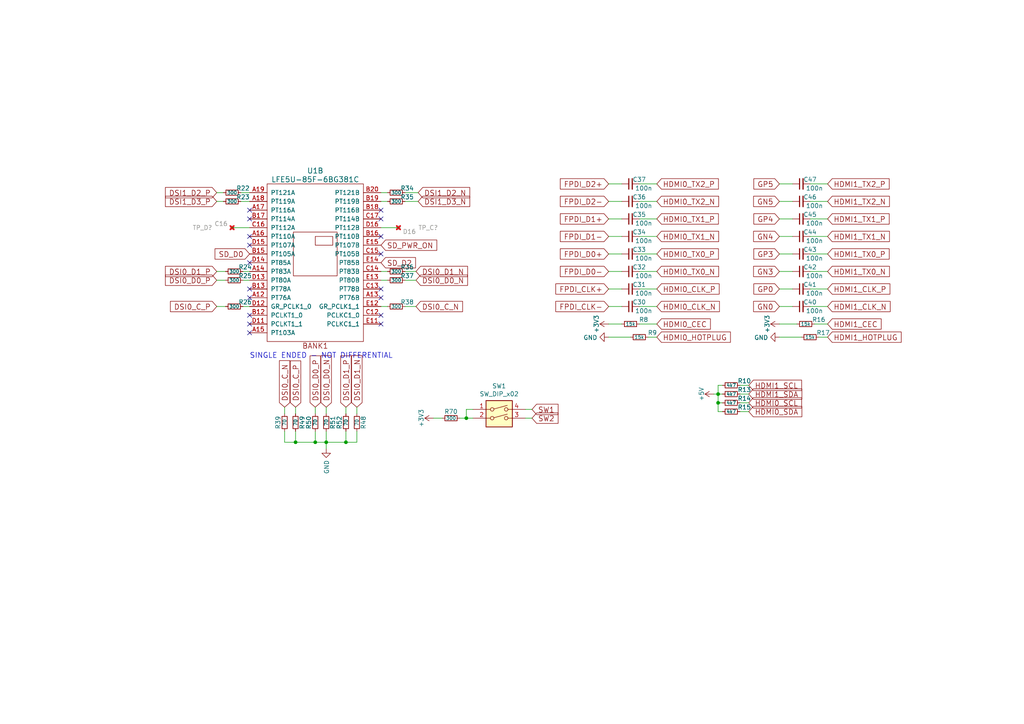
<source format=kicad_sch>
(kicad_sch (version 20231120) (generator "eeschema") (generator_version "8.0")
  (paper "A4")
  (title_block (title "${project_name}") (date "2025-04-05") (rev "${project_version}") (company "${project_creator}") (comment 1 "${project_license}") (comment 2 "License: CERN-OHL-S v2"))
  (junction (at 208.28 114.3))
  (junction (at 208.28 116.84))
  (junction (at 100.33 128.27))
  (junction (at 94.615 128.27))
  (junction (at 91.44 128.27))
  (junction (at 135.255 121.285))
  (junction (at 85.725 128.27))
  (no_connect (at 72.39 60.96))
  (no_connect (at 110.49 73.66))
  (no_connect (at 72.39 76.2))
  (no_connect (at 72.39 71.12))
  (no_connect (at 110.49 68.58))
  (no_connect (at 72.39 93.98))
  (no_connect (at 110.49 63.5))
  (no_connect (at 110.49 83.82))
  (no_connect (at 72.39 63.5))
  (no_connect (at 110.49 60.96))
  (no_connect (at 72.39 83.82))
  (no_connect (at 72.39 86.36))
  (no_connect (at 72.39 68.58))
  (no_connect (at 110.49 86.36))
  (no_connect (at 72.39 91.44))
  (no_connect (at 72.39 96.52))
  (no_connect (at 110.49 91.44))
  (no_connect (at 110.49 93.98))
  (wire (pts (xy 234.95 63.5) (xy 240.03 63.5)))
  (wire (pts (xy 240.03 58.42) (xy 234.95 58.42)))
  (wire (pts (xy 115.57 66.04) (xy 110.49 66.04)))
  (wire (pts (xy 154.305 121.285) (xy 152.4 121.285)))
  (wire (pts (xy 135.255 118.745) (xy 135.255 121.285)))
  (wire (pts (xy 117.475 78.74) (xy 120.65 78.74)))
  (wire (pts (xy 226.06 88.9) (xy 229.87 88.9)))
  (wire (pts (xy 137.16 118.745) (xy 135.255 118.745)))
  (wire (pts (xy 207.01 114.3) (xy 208.28 114.3)))
  (wire (pts (xy 62.865 78.74) (xy 65.405 78.74)))
  (wire (pts (xy 110.49 58.42) (xy 112.395 58.42)))
  (wire (pts (xy 103.505 128.27) (xy 103.505 125.095)))
  (wire (pts (xy 217.17 116.84) (xy 214.63 116.84)))
  (wire (pts (xy 176.53 93.98) (xy 180.34 93.98)))
  (wire (pts (xy 240.03 88.9) (xy 234.95 88.9)))
  (wire (pts (xy 100.33 128.27) (xy 103.505 128.27)))
  (wire (pts (xy 103.505 118.11) (xy 103.505 120.015)))
  (wire (pts (xy 176.53 88.9) (xy 180.34 88.9)))
  (wire (pts (xy 69.85 55.88) (xy 72.39 55.88)))
  (wire (pts (xy 214.63 119.38) (xy 217.17 119.38)))
  (wire (pts (xy 226.06 83.82) (xy 229.87 83.82)))
  (wire (pts (xy 214.63 114.3) (xy 217.17 114.3)))
  (wire (pts (xy 70.485 78.74) (xy 72.39 78.74)))
  (wire (pts (xy 69.85 58.42) (xy 72.39 58.42)))
  (wire (pts (xy 133.35 121.285) (xy 135.255 121.285)))
  (wire (pts (xy 180.34 78.74) (xy 176.53 78.74)))
  (wire (pts (xy 240.03 68.58) (xy 234.95 68.58)))
  (wire (pts (xy 110.49 81.28) (xy 112.395 81.28)))
  (wire (pts (xy 214.63 111.76) (xy 217.17 111.76)))
  (wire (pts (xy 190.5 97.79) (xy 187.96 97.79)))
  (wire (pts (xy 226.06 73.66) (xy 229.87 73.66)))
  (wire (pts (xy 208.28 119.38) (xy 209.55 119.38)))
  (wire (pts (xy 110.49 78.74) (xy 112.395 78.74)))
  (wire (pts (xy 185.42 93.98) (xy 190.5 93.98)))
  (wire (pts (xy 190.5 68.58) (xy 185.42 68.58)))
  (wire (pts (xy 185.42 73.66) (xy 190.5 73.66)))
  (wire (pts (xy 190.5 58.42) (xy 185.42 58.42)))
  (wire (pts (xy 85.725 118.11) (xy 85.725 120.015)))
  (wire (pts (xy 229.87 68.58) (xy 226.06 68.58)))
  (wire (pts (xy 85.725 125.095) (xy 85.725 128.27)))
  (wire (pts (xy 176.53 97.79) (xy 182.88 97.79)))
  (wire (pts (xy 62.865 55.88) (xy 64.77 55.88)))
  (wire (pts (xy 91.44 118.11) (xy 91.44 120.015)))
  (wire (pts (xy 100.33 118.11) (xy 100.33 120.015)))
  (wire (pts (xy 67.31 66.04) (xy 72.39 66.04)))
  (wire (pts (xy 185.42 53.34) (xy 190.5 53.34)))
  (wire (pts (xy 180.34 68.58) (xy 176.53 68.58)))
  (wire (pts (xy 176.53 63.5) (xy 180.34 63.5)))
  (wire (pts (xy 91.44 125.095) (xy 91.44 128.27)))
  (wire (pts (xy 135.255 121.285) (xy 137.16 121.285)))
  (wire (pts (xy 94.615 125.095) (xy 94.615 128.27)))
  (wire (pts (xy 237.49 97.79) (xy 240.03 97.79)))
  (wire (pts (xy 65.405 88.9) (xy 62.865 88.9)))
  (wire (pts (xy 117.475 55.88) (xy 121.285 55.88)))
  (wire (pts (xy 234.95 83.82) (xy 240.03 83.82)))
  (wire (pts (xy 226.06 53.34) (xy 229.87 53.34)))
  (wire (pts (xy 226.06 97.79) (xy 232.41 97.79)))
  (wire (pts (xy 240.03 78.74) (xy 234.95 78.74)))
  (wire (pts (xy 190.5 88.9) (xy 185.42 88.9)))
  (wire (pts (xy 229.87 58.42) (xy 226.06 58.42)))
  (wire (pts (xy 176.53 83.82) (xy 180.34 83.82)))
  (wire (pts (xy 121.285 58.42) (xy 117.475 58.42)))
  (wire (pts (xy 152.4 118.745) (xy 154.305 118.745)))
  (wire (pts (xy 82.55 128.27) (xy 85.725 128.27)))
  (wire (pts (xy 62.865 81.28) (xy 65.405 81.28)))
  (wire (pts (xy 176.53 53.34) (xy 180.34 53.34)))
  (wire (pts (xy 229.87 78.74) (xy 226.06 78.74)))
  (wire (pts (xy 120.65 81.28) (xy 117.475 81.28)))
  (wire (pts (xy 110.49 88.9) (xy 112.395 88.9)))
  (wire (pts (xy 234.95 53.34) (xy 240.03 53.34)))
  (wire (pts (xy 94.615 118.11) (xy 94.615 120.015)))
  (wire (pts (xy 82.55 125.095) (xy 82.55 128.27)))
  (wire (pts (xy 240.03 93.98) (xy 236.22 93.98)))
  (wire (pts (xy 185.42 83.82) (xy 190.5 83.82)))
  (wire (pts (xy 208.28 116.84) (xy 208.28 119.38)))
  (wire (pts (xy 70.485 88.9) (xy 72.39 88.9)))
  (wire (pts (xy 209.55 111.76) (xy 208.28 111.76)))
  (wire (pts (xy 62.865 58.42) (xy 64.77 58.42)))
  (wire (pts (xy 226.06 63.5) (xy 229.87 63.5)))
  (wire (pts (xy 208.28 114.3) (xy 208.28 116.84)))
  (wire (pts (xy 208.28 114.3) (xy 209.55 114.3)))
  (wire (pts (xy 234.95 73.66) (xy 240.03 73.66)))
  (wire (pts (xy 208.28 116.84) (xy 209.55 116.84)))
  (wire (pts (xy 82.55 118.11) (xy 82.55 120.015)))
  (wire (pts (xy 125.73 121.285) (xy 128.27 121.285)))
  (wire (pts (xy 100.33 125.095) (xy 100.33 128.27)))
  (wire (pts (xy 176.53 73.66) (xy 180.34 73.66)))
  (wire (pts (xy 231.14 93.98) (xy 226.06 93.98)))
  (wire (pts (xy 180.34 58.42) (xy 176.53 58.42)))
  (wire (pts (xy 94.615 130.175) (xy 94.615 128.27)))
  (wire (pts (xy 208.28 111.76) (xy 208.28 114.3)))
  (wire (pts (xy 110.49 55.88) (xy 112.395 55.88)))
  (wire (pts (xy 91.44 128.27) (xy 94.615 128.27)))
  (wire (pts (xy 70.485 81.28) (xy 72.39 81.28)))
  (wire (pts (xy 117.475 88.9) (xy 120.65 88.9)))
  (wire (pts (xy 190.5 78.74) (xy 185.42 78.74)))
  (wire (pts (xy 85.725 128.27) (xy 91.44 128.27)))
  (wire (pts (xy 94.615 128.27) (xy 100.33 128.27)))
  (wire (pts (xy 185.42 63.5) (xy 190.5 63.5)))
  (text "SINGLE ENDED - NOT DIFFERENTIAL" (at 72.39 104.14 0) (effects (font (size 1.524 1.524)) (justify left bottom)))
  (global_label "HDMI1_TX1_P" (shape input) (at 240.03 63.5 0) (effects (font (size 1.524 1.524))) (property "Intersheetrefs" "${INTERSHEET_REFS}" (effects (hide yes))))
  (global_label "HDMI0_SDA" (shape input) (at 217.17 119.38 0) (effects (font (size 1.524 1.524))) (property "Intersheetrefs" "${INTERSHEET_REFS}" (effects (hide yes))))
  (global_label "DSI0_D0_N" (shape input) (at 120.65 81.28 0) (effects (font (size 1.524 1.524))) (property "Intersheetrefs" "${INTERSHEET_REFS}" (effects (hide yes))))
  (global_label "GP0" (shape input) (at 226.06 83.82 180) (effects (font (size 1.524 1.524))) (property "Intersheetrefs" "${INTERSHEET_REFS}" (effects (hide yes))))
  (global_label "DSI0_D1_N" (shape input) (at 120.65 78.74 0) (effects (font (size 1.524 1.524))) (property "Intersheetrefs" "${INTERSHEET_REFS}" (effects (hide yes))))
  (global_label "FPDI_D1+" (shape input) (at 176.53 63.5 180) (effects (font (size 1.524 1.524))) (property "Intersheetrefs" "${INTERSHEET_REFS}" (effects (hide yes))))
  (global_label "HDMI1_SDA" (shape input) (at 217.17 114.3 0) (effects (font (size 1.524 1.524))) (property "Intersheetrefs" "${INTERSHEET_REFS}" (effects (hide yes))))
  (global_label "HDMI0_TX0_P" (shape input) (at 190.5 73.66 0) (effects (font (size 1.524 1.524))) (property "Intersheetrefs" "${INTERSHEET_REFS}" (effects (hide yes))))
  (global_label "SD_PWR_ON" (shape input) (at 110.49 71.12 0) (effects (font (size 1.524 1.524))) (property "Intersheetrefs" "${INTERSHEET_REFS}" (effects (hide yes))))
  (global_label "HDMI0_TX1_N" (shape input) (at 190.5 68.58 0) (effects (font (size 1.524 1.524))) (property "Intersheetrefs" "${INTERSHEET_REFS}" (effects (hide yes))))
  (global_label "GP3" (shape input) (at 226.06 73.66 180) (effects (font (size 1.524 1.524))) (property "Intersheetrefs" "${INTERSHEET_REFS}" (effects (hide yes))))
  (global_label "DSI0_D0_P" (shape input) (at 91.44 118.11 90) (effects (font (size 1.524 1.524))) (property "Intersheetrefs" "${INTERSHEET_REFS}" (effects (hide yes))))
  (global_label "SD_D0" (shape input) (at 72.39 73.66 180) (effects (font (size 1.524 1.524))) (property "Intersheetrefs" "${INTERSHEET_REFS}" (effects (hide yes))))
  (global_label "HDMI1_CLK_P" (shape input) (at 240.03 83.82 0) (effects (font (size 1.524 1.524))) (property "Intersheetrefs" "${INTERSHEET_REFS}" (effects (hide yes))))
  (global_label "SD_D2" (shape input) (at 110.49 76.2 0) (effects (font (size 1.524 1.524))) (property "Intersheetrefs" "${INTERSHEET_REFS}" (effects (hide yes))))
  (global_label "FPDI_D0-" (shape input) (at 176.53 78.74 180) (effects (font (size 1.524 1.524))) (property "Intersheetrefs" "${INTERSHEET_REFS}" (effects (hide yes))))
  (global_label "GP4" (shape input) (at 226.06 63.5 180) (effects (font (size 1.524 1.524))) (property "Intersheetrefs" "${INTERSHEET_REFS}" (effects (hide yes))))
  (global_label "HDMI1_HOTPLUG" (shape input) (at 240.03 97.79 0) (effects (font (size 1.524 1.524))) (property "Intersheetrefs" "${INTERSHEET_REFS}" (effects (hide yes))))
  (global_label "HDMI1_TX2_N" (shape input) (at 240.03 58.42 0) (effects (font (size 1.524 1.524))) (property "Intersheetrefs" "${INTERSHEET_REFS}" (effects (hide yes))))
  (global_label "HDMI0_HOTPLUG" (shape input) (at 190.5 97.79 0) (effects (font (size 1.524 1.524))) (property "Intersheetrefs" "${INTERSHEET_REFS}" (effects (hide yes))))
  (global_label "DSI0_D1_P" (shape input) (at 100.33 118.11 90) (effects (font (size 1.524 1.524))) (property "Intersheetrefs" "${INTERSHEET_REFS}" (effects (hide yes))))
  (global_label "DSI1_D3_N" (shape input) (at 121.285 58.42 0) (effects (font (size 1.524 1.524))) (property "Intersheetrefs" "${INTERSHEET_REFS}" (effects (hide yes))))
  (global_label "DSI0_C_P" (shape input) (at 62.865 88.9 180) (effects (font (size 1.524 1.524))) (property "Intersheetrefs" "${INTERSHEET_REFS}" (effects (hide yes))))
  (global_label "HDMI0_TX2_N" (shape input) (at 190.5 58.42 0) (effects (font (size 1.524 1.524))) (property "Intersheetrefs" "${INTERSHEET_REFS}" (effects (hide yes))))
  (global_label "HDMI0_CLK_N" (shape input) (at 190.5 88.9 0) (effects (font (size 1.524 1.524))) (property "Intersheetrefs" "${INTERSHEET_REFS}" (effects (hide yes))))
  (global_label "HDMI1_TX2_P" (shape input) (at 240.03 53.34 0) (effects (font (size 1.524 1.524))) (property "Intersheetrefs" "${INTERSHEET_REFS}" (effects (hide yes))))
  (global_label "GN4" (shape input) (at 226.06 68.58 180) (effects (font (size 1.524 1.524))) (property "Intersheetrefs" "${INTERSHEET_REFS}" (effects (hide yes))))
  (global_label "GP5" (shape input) (at 226.06 53.34 180) (effects (font (size 1.524 1.524))) (property "Intersheetrefs" "${INTERSHEET_REFS}" (effects (hide yes))))
  (global_label "DSI1_D3_P" (shape input) (at 62.865 58.42 180) (effects (font (size 1.524 1.524))) (property "Intersheetrefs" "${INTERSHEET_REFS}" (effects (hide yes))))
  (global_label "DSI0_C_P" (shape input) (at 85.725 118.11 90) (effects (font (size 1.524 1.524))) (property "Intersheetrefs" "${INTERSHEET_REFS}" (effects (hide yes))))
  (global_label "HDMI1_SCL" (shape input) (at 217.17 111.76 0) (effects (font (size 1.524 1.524))) (property "Intersheetrefs" "${INTERSHEET_REFS}" (effects (hide yes))))
  (global_label "FPDI_CLK-" (shape input) (at 176.53 88.9 180) (effects (font (size 1.524 1.524))) (property "Intersheetrefs" "${INTERSHEET_REFS}" (effects (hide yes))))
  (global_label "HDMI0_CEC" (shape input) (at 190.5 93.98 0) (effects (font (size 1.524 1.524))) (property "Intersheetrefs" "${INTERSHEET_REFS}" (effects (hide yes))))
  (global_label "DSI0_C_N" (shape input) (at 82.55 118.11 90) (effects (font (size 1.524 1.524))) (property "Intersheetrefs" "${INTERSHEET_REFS}" (effects (hide yes))))
  (global_label "HDMI0_SCL" (shape input) (at 217.17 116.84 0) (effects (font (size 1.524 1.524))) (property "Intersheetrefs" "${INTERSHEET_REFS}" (effects (hide yes))))
  (global_label "HDMI1_TX0_N" (shape input) (at 240.03 78.74 0) (effects (font (size 1.524 1.524))) (property "Intersheetrefs" "${INTERSHEET_REFS}" (effects (hide yes))))
  (global_label "DSI1_D2_N" (shape input) (at 121.285 55.88 0) (effects (font (size 1.524 1.524))) (property "Intersheetrefs" "${INTERSHEET_REFS}" (effects (hide yes))))
  (global_label "DSI0_D1_P" (shape input) (at 62.865 78.74 180) (effects (font (size 1.524 1.524))) (property "Intersheetrefs" "${INTERSHEET_REFS}" (effects (hide yes))))
  (global_label "HDMI1_CLK_N" (shape input) (at 240.03 88.9 0) (effects (font (size 1.524 1.524))) (property "Intersheetrefs" "${INTERSHEET_REFS}" (effects (hide yes))))
  (global_label "DSI0_D1_N" (shape input) (at 103.505 118.11 90) (effects (font (size 1.524 1.524))) (property "Intersheetrefs" "${INTERSHEET_REFS}" (effects (hide yes))))
  (global_label "HDMI0_CLK_P" (shape input) (at 190.5 83.82 0) (effects (font (size 1.524 1.524))) (property "Intersheetrefs" "${INTERSHEET_REFS}" (effects (hide yes))))
  (global_label "DSI0_D0_P" (shape input) (at 62.865 81.28 180) (effects (font (size 1.524 1.524))) (property "Intersheetrefs" "${INTERSHEET_REFS}" (effects (hide yes))))
  (global_label "HDMI1_TX1_N" (shape input) (at 240.03 68.58 0) (effects (font (size 1.524 1.524))) (property "Intersheetrefs" "${INTERSHEET_REFS}" (effects (hide yes))))
  (global_label "SW2" (shape input) (at 154.305 121.285 0) (effects (font (size 1.524 1.524))) (property "Intersheetrefs" "${INTERSHEET_REFS}" (effects (hide yes))))
  (global_label "GN5" (shape input) (at 226.06 58.42 180) (effects (font (size 1.524 1.524))) (property "Intersheetrefs" "${INTERSHEET_REFS}" (effects (hide yes))))
  (global_label "SW1" (shape input) (at 154.305 118.745 0) (effects (font (size 1.524 1.524))) (property "Intersheetrefs" "${INTERSHEET_REFS}" (effects (hide yes))))
  (global_label "FPDI_D1-" (shape input) (at 176.53 68.58 180) (effects (font (size 1.524 1.524))) (property "Intersheetrefs" "${INTERSHEET_REFS}" (effects (hide yes))))
  (global_label "DSI0_D0_N" (shape input) (at 94.615 118.11 90) (effects (font (size 1.524 1.524))) (property "Intersheetrefs" "${INTERSHEET_REFS}" (effects (hide yes))))
  (global_label "FPDI_D2+" (shape input) (at 176.53 53.34 180) (effects (font (size 1.524 1.524))) (property "Intersheetrefs" "${INTERSHEET_REFS}" (effects (hide yes))))
  (global_label "DSI0_C_N" (shape input) (at 120.65 88.9 0) (effects (font (size 1.524 1.524))) (property "Intersheetrefs" "${INTERSHEET_REFS}" (effects (hide yes))))
  (global_label "HDMI0_TX0_N" (shape input) (at 190.5 78.74 0) (effects (font (size 1.524 1.524))) (property "Intersheetrefs" "${INTERSHEET_REFS}" (effects (hide yes))))
  (global_label "HDMI0_TX1_P" (shape input) (at 190.5 63.5 0) (effects (font (size 1.524 1.524))) (property "Intersheetrefs" "${INTERSHEET_REFS}" (effects (hide yes))))
  (global_label "DSI1_D2_P" (shape input) (at 62.865 55.88 180) (effects (font (size 1.524 1.524))) (property "Intersheetrefs" "${INTERSHEET_REFS}" (effects (hide yes))))
  (global_label "FPDI_CLK+" (shape input) (at 176.53 83.82 180) (effects (font (size 1.524 1.524))) (property "Intersheetrefs" "${INTERSHEET_REFS}" (effects (hide yes))))
  (global_label "GN0" (shape input) (at 226.06 88.9 180) (effects (font (size 1.524 1.524))) (property "Intersheetrefs" "${INTERSHEET_REFS}" (effects (hide yes))))
  (global_label "FPDI_D0+" (shape input) (at 176.53 73.66 180) (effects (font (size 1.524 1.524))) (property "Intersheetrefs" "${INTERSHEET_REFS}" (effects (hide yes))))
  (global_label "FPDI_D2-" (shape input) (at 176.53 58.42 180) (effects (font (size 1.524 1.524))) (property "Intersheetrefs" "${INTERSHEET_REFS}" (effects (hide yes))))
  (global_label "HDMI1_TX0_P" (shape input) (at 240.03 73.66 0) (effects (font (size 1.524 1.524))) (property "Intersheetrefs" "${INTERSHEET_REFS}" (effects (hide yes))))
  (global_label "HDMI1_CEC" (shape input) (at 240.03 93.98 0) (effects (font (size 1.524 1.524))) (property "Intersheetrefs" "${INTERSHEET_REFS}" (effects (hide yes))))
  (global_label "HDMI0_TX2_P" (shape input) (at 190.5 53.34 0) (effects (font (size 1.524 1.524))) (property "Intersheetrefs" "${INTERSHEET_REFS}" (effects (hide yes))))
  (global_label "GN3" (shape input) (at 226.06 78.74 180) (effects (font (size 1.524 1.524))) (property "Intersheetrefs" "${INTERSHEET_REFS}" (effects (hide yes))))
  (symbol (lib_id "lfe5bg381:LFE5UM-85F-6BG381C") (at 91.44 73.66 0) (unit 2)
    (property "Reference" "U1" (at 91.44 49.53 0) (effects (font (size 1.524 1.524))))
    (property "Value" "LFE5U-85F-6BG381C" (at 91.44 52.07 0) (effects (font (size 1.524 1.524))))
    (property "Footprint" "lfe5bg381:BGA-381_pitch0.8mm_dia0.4mm" (effects (hide yes)))
    (property "Datasheet" "http://www.latticesemi.com/~/media/LatticeSemi/Documents/DataSheets/ECP5/FPGA-DS-02012.pdf" (effects (hide yes)))
    (property "MPN" "LFE5U-85F-6BG381C" (effects (hide yes)))
    (property "Mouser_URL" "www.mouser.com" (effects (hide yes)))
    (property "Digike_y2" "220-2071-ND" (effects (hide yes)))
    (property "Digikey" "220-2177-ND" (effects (hide yes)))
    (property "Koncar" "FU004" (effects (hide yes)))
    (property "LCSC" "C446029" (effects (hide yes)))
    (property "LowCost" "842-LFE5U12F6BG381C" (effects (hide yes)))
    (property "MFG1" "Lattice" (effects (hide yes)))
    (property "MFG2" "Lattice" (effects (hide yes)))
    (property "MNF1_URL" "www.latticesemi.com" (effects (hide yes)))
    (property "MNF2_URL" "www.latticesemi.com" (effects (hide yes)))
    (property "MP_N2" "LFE5U-12F-6BG381C" (effects (hide yes)))
    (property "Mouser" "842-LFE5U85F6BG381C" (effects (hide yes)))
    (property "Side" "T" (effects (hide yes)))
    (property "price100_Mouse" "22.82$" (effects (hide yes)))
  )
  (symbol (lib_id "Device:C_Small") (at 182.88 53.34 90) (unit 1)
    (property "Reference" "C37" (at 185.42 52.07 90))
    (property "Value" "100n" (at 186.69 54.61 90))
    (property "Footprint" "Capacitor_SMD:C_0402_1005Metric" (effects (hide yes)))
  )
  (symbol (lib_id "Device:C_Small") (at 182.88 58.42 90) (unit 1)
    (property "Reference" "C36" (at 185.42 57.15 90))
    (property "Value" "100n" (at 186.69 59.69 90))
    (property "Footprint" "Capacitor_SMD:C_0402_1005Metric" (effects (hide yes)))
  )
  (symbol (lib_id "Device:C_Small") (at 182.88 63.5 90) (unit 1)
    (property "Reference" "C35" (at 185.42 62.23 90))
    (property "Value" "100n" (at 186.69 64.77 90))
    (property "Footprint" "Capacitor_SMD:C_0402_1005Metric" (effects (hide yes)))
  )
  (symbol (lib_id "Device:C_Small") (at 182.88 68.58 90) (unit 1)
    (property "Reference" "C34" (at 185.42 67.31 90))
    (property "Value" "100n" (at 186.69 69.85 90))
    (property "Footprint" "Capacitor_SMD:C_0402_1005Metric" (effects (hide yes)))
  )
  (symbol (lib_id "Device:C_Small") (at 182.88 73.66 90) (unit 1)
    (property "Reference" "C33" (at 185.42 72.39 90))
    (property "Value" "100n" (at 186.69 74.93 90))
    (property "Footprint" "Capacitor_SMD:C_0402_1005Metric" (effects (hide yes)))
  )
  (symbol (lib_id "Device:C_Small") (at 182.88 78.74 90) (unit 1)
    (property "Reference" "C32" (at 185.42 77.47 90))
    (property "Value" "100n" (at 186.69 80.01 90))
    (property "Footprint" "Capacitor_SMD:C_0402_1005Metric" (effects (hide yes)))
  )
  (symbol (lib_id "Device:C_Small") (at 182.88 83.82 90) (unit 1)
    (property "Reference" "C31" (at 185.42 82.55 90))
    (property "Value" "100n" (at 186.69 85.09 90))
    (property "Footprint" "Capacitor_SMD:C_0402_1005Metric" (effects (hide yes)))
  )
  (symbol (lib_id "Device:C_Small") (at 182.88 88.9 90) (unit 1)
    (property "Reference" "C30" (at 185.42 87.63 90))
    (property "Value" "100n" (at 186.69 90.17 90))
    (property "Footprint" "Capacitor_SMD:C_0402_1005Metric" (effects (hide yes)))
  )
  (symbol (lib_id "Device:C_Small") (at 232.41 53.34 90) (unit 1)
    (property "Reference" "C47" (at 234.95 52.07 90))
    (property "Value" "100n" (at 236.22 54.61 90))
    (property "Footprint" "Capacitor_SMD:C_0402_1005Metric" (effects (hide yes)))
  )
  (symbol (lib_id "Device:C_Small") (at 232.41 58.42 90) (unit 1)
    (property "Reference" "C46" (at 234.95 57.15 90))
    (property "Value" "100n" (at 236.22 59.69 90))
    (property "Footprint" "Capacitor_SMD:C_0402_1005Metric" (effects (hide yes)))
  )
  (symbol (lib_id "Device:C_Small") (at 232.41 63.5 90) (unit 1)
    (property "Reference" "C45" (at 234.95 62.23 90))
    (property "Value" "100n" (at 236.22 64.77 90))
    (property "Footprint" "Capacitor_SMD:C_0402_1005Metric" (effects (hide yes)))
  )
  (symbol (lib_id "Device:C_Small") (at 232.41 68.58 90) (unit 1)
    (property "Reference" "C44" (at 234.95 67.31 90))
    (property "Value" "100n" (at 236.22 69.85 90))
    (property "Footprint" "Capacitor_SMD:C_0402_1005Metric" (effects (hide yes)))
  )
  (symbol (lib_id "Device:C_Small") (at 232.41 73.66 90) (unit 1)
    (property "Reference" "C43" (at 234.95 72.39 90))
    (property "Value" "100n" (at 236.22 74.93 90))
    (property "Footprint" "Capacitor_SMD:C_0402_1005Metric" (effects (hide yes)))
  )
  (symbol (lib_id "Device:C_Small") (at 232.41 78.74 90) (unit 1)
    (property "Reference" "C42" (at 234.95 77.47 90))
    (property "Value" "100n" (at 236.22 80.01 90))
    (property "Footprint" "Capacitor_SMD:C_0402_1005Metric" (effects (hide yes)))
  )
  (symbol (lib_id "Device:C_Small") (at 232.41 83.82 90) (unit 1)
    (property "Reference" "C41" (at 234.95 82.55 90))
    (property "Value" "100n" (at 236.22 85.09 90))
    (property "Footprint" "Capacitor_SMD:C_0402_1005Metric" (effects (hide yes)))
  )
  (symbol (lib_id "Device:C_Small") (at 232.41 88.9 90) (unit 1)
    (property "Reference" "C40" (at 234.95 87.63 90))
    (property "Value" "100n" (at 236.22 90.17 90))
    (property "Footprint" "Capacitor_SMD:C_0402_1005Metric" (effects (hide yes)))
  )
  (symbol (lib_id "Device:R_Small") (at 182.88 93.98 90) (unit 1)
    (property "Reference" "R8" (at 186.69 92.71 90))
    (property "Value" "15k" (at 182.88 93.98 90) (effects (font (size 0.9906 0.9906))))
    (property "Footprint" "Resistor_SMD:R_0402_1005Metric" (effects (hide yes)))
    (instances (project "" (path "" (reference "R8") (unit 1)) (path "" (reference "R?") (unit 1))))
  )
  (symbol (lib_id "Device:R_Small") (at 185.42 97.79 90) (unit 1)
    (property "Reference" "R9" (at 189.23 96.52 90))
    (property "Value" "15k" (at 185.42 97.79 90) (effects (font (size 0.9906 0.9906))))
    (property "Footprint" "Resistor_SMD:R_0402_1005Metric" (effects (hide yes)))
    (instances (project "" (path "" (reference "R9") (unit 1)) (path "" (reference "R?") (unit 1))))
  )
  (symbol (lib_id "ulx4m-rescue:GND-power") (at 226.06 97.79 270) (unit 1)
    (property "Reference" "#PWR0101" (effects (hide yes)))
    (property "Value" "GND" (at 222.8088 97.917 90) (effects (justify right)))
  )
  (symbol (lib_id "Device:R_Small") (at 233.68 93.98 90) (unit 1)
    (property "Reference" "R16" (at 237.49 92.71 90))
    (property "Value" "15k" (at 233.68 93.98 90) (effects (font (size 0.9906 0.9906))))
    (property "Footprint" "Resistor_SMD:R_0402_1005Metric" (effects (hide yes)))
    (instances (project "" (path "" (reference "R16") (unit 1)) (path "" (reference "R?") (unit 1))))
  )
  (symbol (lib_id "Device:R_Small") (at 234.95 97.79 90) (unit 1)
    (property "Reference" "R17" (at 238.76 96.52 90))
    (property "Value" "15k" (at 234.95 97.79 90) (effects (font (size 0.9906 0.9906))))
    (property "Footprint" "Resistor_SMD:R_0402_1005Metric" (effects (hide yes)))
    (instances (project "" (path "" (reference "R17") (unit 1)) (path "" (reference "R?") (unit 1))))
  )
  (symbol (lib_id "ulx4m-rescue:GND-power") (at 176.53 97.79 270) (unit 1)
    (property "Reference" "#PWR0102" (effects (hide yes)))
    (property "Value" "GND" (at 173.2788 97.917 90) (effects (justify right)))
  )
  (symbol (lib_id "ulx4m-rescue:+3V3-power") (at 176.53 93.98 90) (unit 1)
    (property "Reference" "#PWR?" (effects (hide yes)))
    (property "Value" "+3V3" (at 172.974 93.98 0))
    (instances (project "" (path "" (reference "#PWR?") (unit 1)) (path "" (reference "#PWR0103") (unit 1))))
  )
  (symbol (lib_id "ulx4m-rescue:+3V3-power") (at 226.06 93.98 90) (unit 1)
    (property "Reference" "#PWR?" (effects (hide yes)))
    (property "Value" "+3V3" (at 222.504 93.98 0))
    (instances (project "" (path "" (reference "#PWR?") (unit 1)) (path "" (reference "#PWR0104") (unit 1))))
  )
  (symbol (lib_id "Device:R_Small") (at 212.09 111.76 90) (unit 1)
    (property "Reference" "R10" (at 215.9 110.49 90))
    (property "Value" "4k7" (at 212.09 111.76 90) (effects (font (size 0.9906 0.9906))))
    (property "Footprint" "Resistor_SMD:R_0402_1005Metric" (effects (hide yes)))
    (instances (project "" (path "" (reference "R10") (unit 1)) (path "" (reference "R?") (unit 1))))
  )
  (symbol (lib_id "Device:R_Small") (at 212.09 114.3 90) (unit 1)
    (property "Reference" "R13" (at 215.9 113.03 90))
    (property "Value" "4k7" (at 212.09 114.3 90) (effects (font (size 0.9906 0.9906))))
    (property "Footprint" "Resistor_SMD:R_0402_1005Metric" (effects (hide yes)))
    (instances (project "" (path "" (reference "R13") (unit 1)) (path "" (reference "R?") (unit 1))))
  )
  (symbol (lib_id "Device:R_Small") (at 212.09 116.84 90) (unit 1)
    (property "Reference" "R14" (at 215.9 115.57 90))
    (property "Value" "4k7" (at 212.09 116.84 90) (effects (font (size 0.9906 0.9906))))
    (property "Footprint" "Resistor_SMD:R_0402_1005Metric" (effects (hide yes)))
    (instances (project "" (path "" (reference "R14") (unit 1)) (path "" (reference "R?") (unit 1))))
  )
  (symbol (lib_id "Device:R_Small") (at 212.09 119.38 90) (unit 1)
    (property "Reference" "R15" (at 215.9 118.11 90))
    (property "Value" "4k7" (at 212.09 119.38 90) (effects (font (size 0.9906 0.9906))))
    (property "Footprint" "Resistor_SMD:R_0402_1005Metric" (effects (hide yes)))
    (instances (project "" (path "" (reference "R15") (unit 1)) (path "" (reference "R?") (unit 1))))
  )
  (symbol (lib_id "ulx4m-rescue:+5V-power") (at 207.01 114.3 90) (unit 1)
    (property "Reference" "#PWR?" (effects (hide yes)))
    (property "Value" "+5V" (at 203.454 114.3 0))
    (instances (project "" (path "" (reference "#PWR?") (unit 1)) (path "" (reference "#PWR0105") (unit 1))))
  )
  (symbol (lib_id "Connector:TestPoint_Small") (at 67.31 66.04 180) (unit 1) (in_bom no) (dnp yes)
    (property "Reference" "TP_D?" (at 61.595 66.04 0) (effects (justify left)))
    (property "Value" "C16" (at 66.0908 64.897 0) (effects (justify left)))
    (property "Footprint" "ecp5-dc-scm:Testpoint_smd_1mm" (effects (hide yes)))
    (property "PLACE" "DNP" (effects (hide yes)))
    (instances (project "" (path "" (reference "TP_D?") (unit 1)) (path "" (reference "TP_C16") (unit 1))))
  )
  (symbol (lib_id "Connector:TestPoint_Small") (at 115.57 66.04 0) (unit 1) (in_bom no) (dnp yes)
    (property "Reference" "TP_C?" (at 121.285 66.04 0) (effects (justify left)))
    (property "Value" "D16" (at 116.7892 67.183 0) (effects (justify left)))
    (property "Footprint" "ecp5-dc-scm:Testpoint_smd_1mm" (effects (hide yes)))
    (property "PLACE" "DNP" (effects (hide yes)))
    (instances (project "" (path "" (reference "TP_C?") (unit 1)) (path "" (reference "TP_D16") (unit 1))))
  )
  (symbol (lib_id "Device:R_Small") (at 67.31 55.88 90) (unit 1)
    (property "Reference" "R22" (at 70.485 54.61 90))
    (property "Value" "300" (at 67.31 55.88 90) (effects (font (size 0.9906 0.9906))))
    (property "Footprint" "Resistor_SMD:R_0402_1005Metric" (effects (hide yes)))
    (instances (project "" (path "" (reference "R22") (unit 1)) (path "" (reference "R?") (unit 1))))
  )
  (symbol (lib_id "Device:R_Small") (at 67.31 58.42 90) (unit 1)
    (property "Reference" "R23" (at 70.485 57.15 90))
    (property "Value" "300" (at 67.31 58.42 90) (effects (font (size 0.9906 0.9906))))
    (property "Footprint" "Resistor_SMD:R_0402_1005Metric" (effects (hide yes)))
    (instances (project "" (path "" (reference "R23") (unit 1)) (path "" (reference "R?") (unit 1))))
  )
  (symbol (lib_id "Device:R_Small") (at 67.945 78.74 90) (unit 1)
    (property "Reference" "R24" (at 71.12 77.47 90))
    (property "Value" "300" (at 67.945 78.74 90) (effects (font (size 0.9906 0.9906))))
    (property "Footprint" "Resistor_SMD:R_0402_1005Metric" (effects (hide yes)))
    (instances (project "" (path "" (reference "R24") (unit 1)) (path "" (reference "R?") (unit 1))))
  )
  (symbol (lib_id "Device:R_Small") (at 67.945 81.28 90) (unit 1)
    (property "Reference" "R25" (at 71.12 80.01 90))
    (property "Value" "300" (at 67.945 81.28 90) (effects (font (size 0.9906 0.9906))))
    (property "Footprint" "Resistor_SMD:R_0402_1005Metric" (effects (hide yes)))
    (instances (project "" (path "" (reference "R25") (unit 1)) (path "" (reference "R?") (unit 1))))
  )
  (symbol (lib_id "Device:R_Small") (at 67.945 88.9 90) (unit 1)
    (property "Reference" "R26" (at 71.12 87.63 90))
    (property "Value" "300" (at 67.945 88.9 90) (effects (font (size 0.9906 0.9906))))
    (property "Footprint" "Resistor_SMD:R_0402_1005Metric" (effects (hide yes)))
    (instances (project "" (path "" (reference "R26") (unit 1)) (path "" (reference "R?") (unit 1))))
  )
  (symbol (lib_id "Device:R_Small") (at 114.935 55.88 90) (unit 1)
    (property "Reference" "R34" (at 118.11 54.61 90))
    (property "Value" "300" (at 114.935 55.88 90) (effects (font (size 0.9906 0.9906))))
    (property "Footprint" "Resistor_SMD:R_0402_1005Metric" (effects (hide yes)))
    (instances (project "" (path "" (reference "R34") (unit 1)) (path "" (reference "R?") (unit 1))))
  )
  (symbol (lib_id "Device:R_Small") (at 114.935 58.42 90) (unit 1)
    (property "Reference" "R35" (at 118.11 57.15 90))
    (property "Value" "300" (at 114.935 58.42 90) (effects (font (size 0.9906 0.9906))))
    (property "Footprint" "Resistor_SMD:R_0402_1005Metric" (effects (hide yes)))
    (instances (project "" (path "" (reference "R35") (unit 1)) (path "" (reference "R?") (unit 1))))
  )
  (symbol (lib_id "Device:R_Small") (at 114.935 78.74 90) (unit 1)
    (property "Reference" "R36" (at 118.11 77.47 90))
    (property "Value" "300" (at 114.935 78.74 90) (effects (font (size 0.9906 0.9906))))
    (property "Footprint" "Resistor_SMD:R_0402_1005Metric" (effects (hide yes)))
    (instances (project "" (path "" (reference "R36") (unit 1)) (path "" (reference "R?") (unit 1))))
  )
  (symbol (lib_id "Device:R_Small") (at 114.935 81.28 90) (unit 1)
    (property "Reference" "R37" (at 118.11 80.01 90))
    (property "Value" "300" (at 114.935 81.28 90) (effects (font (size 0.9906 0.9906))))
    (property "Footprint" "Resistor_SMD:R_0402_1005Metric" (effects (hide yes)))
    (instances (project "" (path "" (reference "R37") (unit 1)) (path "" (reference "R?") (unit 1))))
  )
  (symbol (lib_id "Device:R_Small") (at 114.935 88.9 90) (unit 1)
    (property "Reference" "R38" (at 118.11 87.63 90))
    (property "Value" "300" (at 114.935 88.9 90) (effects (font (size 0.9906 0.9906))))
    (property "Footprint" "Resistor_SMD:R_0402_1005Metric" (effects (hide yes)))
    (instances (project "" (path "" (reference "R38") (unit 1)) (path "" (reference "R?") (unit 1))))
  )
  (symbol (lib_id "Device:R_Small") (at 82.55 122.555 0) (unit 1)
    (property "Reference" "R39" (at 80.645 122.555 90))
    (property "Value" "70" (at 82.55 122.555 90) (effects (font (size 0.9906 0.9906))))
    (property "Footprint" "Resistor_SMD:R_0402_1005Metric" (effects (hide yes)))
    (instances (project "" (path "" (reference "R39") (unit 1)) (path "" (reference "R?") (unit 1))))
  )
  (symbol (lib_id "Device:R_Small") (at 85.725 122.555 0) (unit 1)
    (property "Reference" "R49" (at 87.63 122.555 90))
    (property "Value" "70" (at 85.725 122.555 90) (effects (font (size 0.9906 0.9906))))
    (property "Footprint" "Resistor_SMD:R_0402_1005Metric" (effects (hide yes)))
    (instances (project "" (path "" (reference "R49") (unit 1)) (path "" (reference "R?") (unit 1))))
  )
  (symbol (lib_id "Device:R_Small") (at 91.44 122.555 0) (unit 1)
    (property "Reference" "R50" (at 89.535 122.555 90))
    (property "Value" "70" (at 91.44 122.555 90) (effects (font (size 0.9906 0.9906))))
    (property "Footprint" "Resistor_SMD:R_0402_1005Metric" (effects (hide yes)))
    (instances (project "" (path "" (reference "R50") (unit 1)) (path "" (reference "R?") (unit 1))))
  )
  (symbol (lib_id "Device:R_Small") (at 94.615 122.555 0) (unit 1)
    (property "Reference" "R51" (at 96.52 122.555 90))
    (property "Value" "70" (at 94.615 122.555 90) (effects (font (size 0.9906 0.9906))))
    (property "Footprint" "Resistor_SMD:R_0402_1005Metric" (effects (hide yes)))
    (instances (project "" (path "" (reference "R51") (unit 1)) (path "" (reference "R?") (unit 1))))
  )
  (symbol (lib_id "Device:R_Small") (at 100.33 122.555 0) (unit 1)
    (property "Reference" "R52" (at 98.425 122.555 90))
    (property "Value" "70" (at 100.33 122.555 90) (effects (font (size 0.9906 0.9906))))
    (property "Footprint" "Resistor_SMD:R_0402_1005Metric" (effects (hide yes)))
    (instances (project "" (path "" (reference "R52") (unit 1)) (path "" (reference "R?") (unit 1))))
  )
  (symbol (lib_id "Device:R_Small") (at 103.505 122.555 0) (unit 1)
    (property "Reference" "R48" (at 105.41 122.555 90))
    (property "Value" "70" (at 103.505 122.555 90) (effects (font (size 0.9906 0.9906))))
    (property "Footprint" "Resistor_SMD:R_0402_1005Metric" (effects (hide yes)))
    (instances (project "" (path "" (reference "R48") (unit 1)) (path "" (reference "R?") (unit 1))))
  )
  (symbol (lib_id "ulx4m-rescue:GND-power") (at 94.615 130.175 0) (unit 1)
    (property "Reference" "#PWR010" (effects (hide yes)))
    (property "Value" "GND" (at 94.742 133.4262 90) (effects (justify right)))
  )
  (symbol (lib_id "Switch:SW_DIP_x02") (at 144.78 121.285 0) (unit 1)
    (property "Reference" "SW1" (at 144.78 111.9632 0))
    (property "Value" "SW_DIP_x02" (at 144.78 114.2746 0))
    (property "Footprint" "Button_Switch_SMD:SW_DIP_SPSTx02_Slide_Copal_CVS-02xB_W5.9mm_P1mm" (effects (hide yes)))
  )
  (symbol (lib_id "ulx4m-rescue:+3V3-power") (at 125.73 121.285 90) (unit 1)
    (property "Reference" "#PWR?" (effects (hide yes)))
    (property "Value" "+3V3" (at 122.174 121.285 0))
    (instances (project "" (path "" (reference "#PWR?") (unit 1)) (path "" (reference "#PWR0145") (unit 1))))
  )
  (symbol (lib_id "Device:R_Small") (at 130.81 121.285 90) (unit 1)
    (property "Reference" "R70" (at 130.81 119.38 90))
    (property "Value" "300" (at 130.81 121.285 90) (effects (font (size 0.9906 0.9906))))
    (property "Footprint" "Resistor_SMD:R_0402_1005Metric" (effects (hide yes)))
    (instances (project "" (path "" (reference "R70") (unit 1)) (path "" (reference "R?") (unit 1))))
  )
)
</source>
